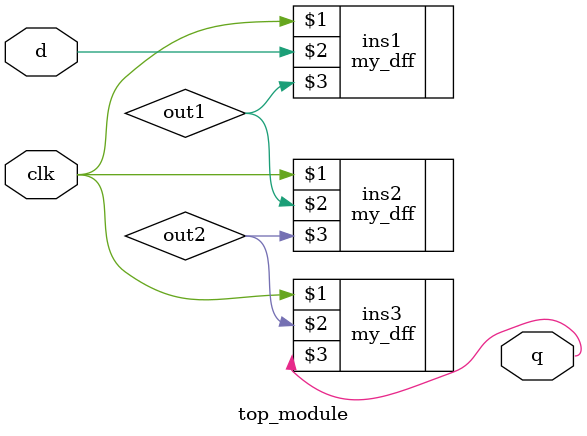
<source format=v>

module top_module ( input clk, input d, output q );
    
wire out1,out2;
    my_dff ins1(clk,d,out1);
    
    my_dff ins2(clk,out1,out2);
    
    my_dff ins3(clk,out2,q);
endmodule


</source>
